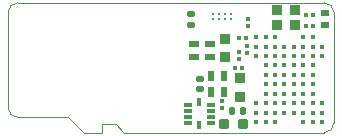
<source format=gbp>
%FSLAX44Y44*%
%MOMM*%
G71*
G01*
G75*
G04 Layer_Color=128*
%ADD10C,0.2500*%
%ADD11R,2.9000X0.8000*%
%ADD12R,3.2000X0.8000*%
%ADD13O,0.6000X0.4000*%
%ADD14O,1.0500X0.7000*%
G04:AMPARAMS|DCode=15|XSize=0.4mm|YSize=0.37mm|CornerRadius=0.037mm|HoleSize=0mm|Usage=FLASHONLY|Rotation=270.000|XOffset=0mm|YOffset=0mm|HoleType=Round|Shape=RoundedRectangle|*
%AMROUNDEDRECTD15*
21,1,0.4000,0.2960,0,0,270.0*
21,1,0.3260,0.3700,0,0,270.0*
1,1,0.0740,-0.1480,-0.1630*
1,1,0.0740,-0.1480,0.1630*
1,1,0.0740,0.1480,0.1630*
1,1,0.0740,0.1480,-0.1630*
%
%ADD15ROUNDEDRECTD15*%
%ADD16C,0.0750*%
%ADD17C,0.1500*%
%ADD18C,0.7500*%
%ADD19C,0.0100*%
%ADD20C,0.3000*%
%ADD21C,0.2000*%
%ADD22C,0.4000*%
%ADD23R,0.6000X0.8500*%
%ADD24R,0.8500X0.6000*%
G04:AMPARAMS|DCode=25|XSize=0.4mm|YSize=0.37mm|CornerRadius=0.037mm|HoleSize=0mm|Usage=FLASHONLY|Rotation=0.000|XOffset=0mm|YOffset=0mm|HoleType=Round|Shape=RoundedRectangle|*
%AMROUNDEDRECTD25*
21,1,0.4000,0.2960,0,0,0.0*
21,1,0.3260,0.3700,0,0,0.0*
1,1,0.0740,0.1630,-0.1480*
1,1,0.0740,-0.1630,-0.1480*
1,1,0.0740,-0.1630,0.1480*
1,1,0.0740,0.1630,0.1480*
%
%ADD25ROUNDEDRECTD25*%
G04:AMPARAMS|DCode=26|XSize=0.93mm|YSize=0.89mm|CornerRadius=0.089mm|HoleSize=0mm|Usage=FLASHONLY|Rotation=180.000|XOffset=0mm|YOffset=0mm|HoleType=Round|Shape=RoundedRectangle|*
%AMROUNDEDRECTD26*
21,1,0.9300,0.7120,0,0,180.0*
21,1,0.7520,0.8900,0,0,180.0*
1,1,0.1780,-0.3760,0.3560*
1,1,0.1780,0.3760,0.3560*
1,1,0.1780,0.3760,-0.3560*
1,1,0.1780,-0.3760,-0.3560*
%
%ADD26ROUNDEDRECTD26*%
G04:AMPARAMS|DCode=27|XSize=0.6mm|YSize=0.5mm|CornerRadius=0.05mm|HoleSize=0mm|Usage=FLASHONLY|Rotation=0.000|XOffset=0mm|YOffset=0mm|HoleType=Round|Shape=RoundedRectangle|*
%AMROUNDEDRECTD27*
21,1,0.6000,0.4000,0,0,0.0*
21,1,0.5000,0.5000,0,0,0.0*
1,1,0.1000,0.2500,-0.2000*
1,1,0.1000,-0.2500,-0.2000*
1,1,0.1000,-0.2500,0.2000*
1,1,0.1000,0.2500,0.2000*
%
%ADD27ROUNDEDRECTD27*%
G04:AMPARAMS|DCode=28|XSize=0.9mm|YSize=0.8mm|CornerRadius=0.08mm|HoleSize=0mm|Usage=FLASHONLY|Rotation=180.000|XOffset=0mm|YOffset=0mm|HoleType=Round|Shape=RoundedRectangle|*
%AMROUNDEDRECTD28*
21,1,0.9000,0.6400,0,0,180.0*
21,1,0.7400,0.8000,0,0,180.0*
1,1,0.1600,-0.3700,0.3200*
1,1,0.1600,0.3700,0.3200*
1,1,0.1600,0.3700,-0.3200*
1,1,0.1600,-0.3700,-0.3200*
%
%ADD28ROUNDEDRECTD28*%
G04:AMPARAMS|DCode=29|XSize=0.8mm|YSize=0.8mm|CornerRadius=0.12mm|HoleSize=0mm|Usage=FLASHONLY|Rotation=0.000|XOffset=0mm|YOffset=0mm|HoleType=Round|Shape=RoundedRectangle|*
%AMROUNDEDRECTD29*
21,1,0.8000,0.5600,0,0,0.0*
21,1,0.5600,0.8000,0,0,0.0*
1,1,0.2400,0.2800,-0.2800*
1,1,0.2400,-0.2800,-0.2800*
1,1,0.2400,-0.2800,0.2800*
1,1,0.2400,0.2800,0.2800*
%
%ADD29ROUNDEDRECTD29*%
G04:AMPARAMS|DCode=30|XSize=0.76mm|YSize=0.27mm|CornerRadius=0.027mm|HoleSize=0mm|Usage=FLASHONLY|Rotation=90.000|XOffset=0mm|YOffset=0mm|HoleType=Round|Shape=RoundedRectangle|*
%AMROUNDEDRECTD30*
21,1,0.7600,0.2160,0,0,90.0*
21,1,0.7060,0.2700,0,0,90.0*
1,1,0.0540,0.1080,0.3530*
1,1,0.0540,0.1080,-0.3530*
1,1,0.0540,-0.1080,-0.3530*
1,1,0.0540,-0.1080,0.3530*
%
%ADD30ROUNDEDRECTD30*%
G04:AMPARAMS|DCode=31|XSize=0.76mm|YSize=0.27mm|CornerRadius=0.027mm|HoleSize=0mm|Usage=FLASHONLY|Rotation=0.000|XOffset=0mm|YOffset=0mm|HoleType=Round|Shape=RoundedRectangle|*
%AMROUNDEDRECTD31*
21,1,0.7600,0.2160,0,0,0.0*
21,1,0.7060,0.2700,0,0,0.0*
1,1,0.0540,0.3530,-0.1080*
1,1,0.0540,-0.3530,-0.1080*
1,1,0.0540,-0.3530,0.1080*
1,1,0.0540,0.3530,0.1080*
%
%ADD31ROUNDEDRECTD31*%
%ADD32R,0.7400X0.5400*%
G04:AMPARAMS|DCode=33|XSize=0.6mm|YSize=0.5mm|CornerRadius=0.05mm|HoleSize=0mm|Usage=FLASHONLY|Rotation=90.000|XOffset=0mm|YOffset=0mm|HoleType=Round|Shape=RoundedRectangle|*
%AMROUNDEDRECTD33*
21,1,0.6000,0.4000,0,0,90.0*
21,1,0.5000,0.5000,0,0,90.0*
1,1,0.1000,0.2000,0.2500*
1,1,0.1000,0.2000,-0.2500*
1,1,0.1000,-0.2000,-0.2500*
1,1,0.1000,-0.2000,0.2500*
%
%ADD33ROUNDEDRECTD33*%
%ADD34C,0.1000*%
%ADD35C,0.4000*%
%ADD36R,0.6800X0.5800*%
%ADD37R,0.7000X0.5600*%
%ADD38R,3.2300X1.2300*%
%ADD39R,3.2600X1.5500*%
%ADD40R,4.1135X8.2200*%
%ADD41C,0.4532*%
%ADD42R,3.1032X1.0032*%
%ADD43R,3.4032X1.0032*%
%ADD44O,0.8032X0.6032*%
%ADD45O,1.2532X0.9032*%
G04:AMPARAMS|DCode=46|XSize=0.6032mm|YSize=0.5732mm|CornerRadius=0.1386mm|HoleSize=0mm|Usage=FLASHONLY|Rotation=270.000|XOffset=0mm|YOffset=0mm|HoleType=Round|Shape=RoundedRectangle|*
%AMROUNDEDRECTD46*
21,1,0.6032,0.2960,0,0,270.0*
21,1,0.3260,0.5732,0,0,270.0*
1,1,0.2772,-0.1480,-0.1630*
1,1,0.2772,-0.1480,0.1630*
1,1,0.2772,0.1480,0.1630*
1,1,0.2772,0.1480,-0.1630*
%
%ADD46ROUNDEDRECTD46*%
%ADD47R,1.5100X1.3400*%
%ADD48R,3.9500X1.5000*%
%ADD49R,3.4300X1.0800*%
%ADD50R,0.8600X0.8800*%
%ADD51R,0.7900X0.6200*%
%ADD52R,13.0700X9.7100*%
%ADD53R,3.9500X7.9900*%
%ADD54C,0.6032*%
%ADD55R,0.8032X1.0532*%
%ADD56R,1.0532X0.8032*%
G04:AMPARAMS|DCode=57|XSize=0.6032mm|YSize=0.5732mm|CornerRadius=0.1386mm|HoleSize=0mm|Usage=FLASHONLY|Rotation=0.000|XOffset=0mm|YOffset=0mm|HoleType=Round|Shape=RoundedRectangle|*
%AMROUNDEDRECTD57*
21,1,0.6032,0.2960,0,0,0.0*
21,1,0.3260,0.5732,0,0,0.0*
1,1,0.2772,0.1630,-0.1480*
1,1,0.2772,-0.1630,-0.1480*
1,1,0.2772,-0.1630,0.1480*
1,1,0.2772,0.1630,0.1480*
%
%ADD57ROUNDEDRECTD57*%
G04:AMPARAMS|DCode=58|XSize=1.1332mm|YSize=1.0932mm|CornerRadius=0.1906mm|HoleSize=0mm|Usage=FLASHONLY|Rotation=180.000|XOffset=0mm|YOffset=0mm|HoleType=Round|Shape=RoundedRectangle|*
%AMROUNDEDRECTD58*
21,1,1.1332,0.7120,0,0,180.0*
21,1,0.7520,1.0932,0,0,180.0*
1,1,0.3812,-0.3760,0.3560*
1,1,0.3812,0.3760,0.3560*
1,1,0.3812,0.3760,-0.3560*
1,1,0.3812,-0.3760,-0.3560*
%
%ADD58ROUNDEDRECTD58*%
G04:AMPARAMS|DCode=59|XSize=0.8032mm|YSize=0.7032mm|CornerRadius=0.1516mm|HoleSize=0mm|Usage=FLASHONLY|Rotation=0.000|XOffset=0mm|YOffset=0mm|HoleType=Round|Shape=RoundedRectangle|*
%AMROUNDEDRECTD59*
21,1,0.8032,0.4000,0,0,0.0*
21,1,0.5000,0.7032,0,0,0.0*
1,1,0.3032,0.2500,-0.2000*
1,1,0.3032,-0.2500,-0.2000*
1,1,0.3032,-0.2500,0.2000*
1,1,0.3032,0.2500,0.2000*
%
%ADD59ROUNDEDRECTD59*%
G04:AMPARAMS|DCode=60|XSize=1.1032mm|YSize=1.0032mm|CornerRadius=0.1816mm|HoleSize=0mm|Usage=FLASHONLY|Rotation=180.000|XOffset=0mm|YOffset=0mm|HoleType=Round|Shape=RoundedRectangle|*
%AMROUNDEDRECTD60*
21,1,1.1032,0.6400,0,0,180.0*
21,1,0.7400,1.0032,0,0,180.0*
1,1,0.3632,-0.3700,0.3200*
1,1,0.3632,0.3700,0.3200*
1,1,0.3632,0.3700,-0.3200*
1,1,0.3632,-0.3700,-0.3200*
%
%ADD60ROUNDEDRECTD60*%
G04:AMPARAMS|DCode=61|XSize=1.0032mm|YSize=1.0032mm|CornerRadius=0.2216mm|HoleSize=0mm|Usage=FLASHONLY|Rotation=0.000|XOffset=0mm|YOffset=0mm|HoleType=Round|Shape=RoundedRectangle|*
%AMROUNDEDRECTD61*
21,1,1.0032,0.5600,0,0,0.0*
21,1,0.5600,1.0032,0,0,0.0*
1,1,0.4432,0.2800,-0.2800*
1,1,0.4432,-0.2800,-0.2800*
1,1,0.4432,-0.2800,0.2800*
1,1,0.4432,0.2800,0.2800*
%
%ADD61ROUNDEDRECTD61*%
G04:AMPARAMS|DCode=62|XSize=0.9632mm|YSize=0.4732mm|CornerRadius=0.1286mm|HoleSize=0mm|Usage=FLASHONLY|Rotation=90.000|XOffset=0mm|YOffset=0mm|HoleType=Round|Shape=RoundedRectangle|*
%AMROUNDEDRECTD62*
21,1,0.9632,0.2160,0,0,90.0*
21,1,0.7060,0.4732,0,0,90.0*
1,1,0.2572,0.1080,0.3530*
1,1,0.2572,0.1080,-0.3530*
1,1,0.2572,-0.1080,-0.3530*
1,1,0.2572,-0.1080,0.3530*
%
%ADD62ROUNDEDRECTD62*%
G04:AMPARAMS|DCode=63|XSize=0.9632mm|YSize=0.4732mm|CornerRadius=0.1286mm|HoleSize=0mm|Usage=FLASHONLY|Rotation=0.000|XOffset=0mm|YOffset=0mm|HoleType=Round|Shape=RoundedRectangle|*
%AMROUNDEDRECTD63*
21,1,0.9632,0.2160,0,0,0.0*
21,1,0.7060,0.4732,0,0,0.0*
1,1,0.2572,0.3530,-0.1080*
1,1,0.2572,-0.3530,-0.1080*
1,1,0.2572,-0.3530,0.1080*
1,1,0.2572,0.3530,0.1080*
%
%ADD63ROUNDEDRECTD63*%
%ADD64R,0.9432X0.7432*%
G04:AMPARAMS|DCode=65|XSize=0.8032mm|YSize=0.7032mm|CornerRadius=0.1516mm|HoleSize=0mm|Usage=FLASHONLY|Rotation=90.000|XOffset=0mm|YOffset=0mm|HoleType=Round|Shape=RoundedRectangle|*
%AMROUNDEDRECTD65*
21,1,0.8032,0.4000,0,0,90.0*
21,1,0.5000,0.7032,0,0,90.0*
1,1,0.3032,0.2000,0.2500*
1,1,0.3032,0.2000,-0.2500*
1,1,0.3032,-0.2000,-0.2500*
1,1,0.3032,-0.2000,0.2500*
%
%ADD65ROUNDEDRECTD65*%
D10*
X109800Y100900D02*
D03*
Y95900D02*
D03*
X114800Y100900D02*
D03*
Y95900D02*
D03*
X119800Y100900D02*
D03*
Y95900D02*
D03*
X124800Y100900D02*
D03*
Y95900D02*
D03*
D15*
X133650Y54400D02*
D03*
X127950D02*
D03*
X193950Y99400D02*
D03*
X188250D02*
D03*
X188250Y90600D02*
D03*
X193950D02*
D03*
X137050Y79800D02*
D03*
X131350D02*
D03*
D19*
X203700Y-0D02*
G03*
X211700Y8000I0J8000D01*
G01*
X-64000Y21000D02*
G03*
X-56000Y13000I8000J0D01*
G01*
Y110000D02*
G03*
X-64000Y102000I0J-8000D01*
G01*
X211700D02*
G03*
X203700Y110000I-8000J0D01*
G01*
X15100Y-0D02*
Y7200D01*
X34200Y-0D02*
X203700D01*
X27000Y7200D02*
X34200Y-0D01*
X0D02*
X15100D01*
X-13000Y13000D02*
X0Y0D01*
X-56000Y110000D02*
X203700D01*
X-64000Y21000D02*
Y102000D01*
X15100Y7200D02*
X27000D01*
X-56000Y13000D02*
X-13000D01*
X211700Y8000D02*
Y102000D01*
D22*
X145900Y8900D02*
D03*
X153900D02*
D03*
X161900D02*
D03*
X185900D02*
D03*
X193900D02*
D03*
X201900D02*
D03*
X145900Y16900D02*
D03*
X153900D02*
D03*
X161900D02*
D03*
X169900D02*
D03*
X177900D02*
D03*
X185900D02*
D03*
X193900D02*
D03*
X201900D02*
D03*
X145900Y24900D02*
D03*
X153900D02*
D03*
X161900D02*
D03*
X169900D02*
D03*
X177900D02*
D03*
X185900D02*
D03*
X193900D02*
D03*
X201900D02*
D03*
X153900Y32900D02*
D03*
X161900D02*
D03*
X169900D02*
D03*
X177900D02*
D03*
X185900D02*
D03*
X193900D02*
D03*
X153900Y40900D02*
D03*
X161900D02*
D03*
X169900D02*
D03*
X177900D02*
D03*
X185900D02*
D03*
X193900D02*
D03*
X153900Y48900D02*
D03*
X161900D02*
D03*
X169900D02*
D03*
X177900D02*
D03*
X185900D02*
D03*
X193900D02*
D03*
X153900Y56900D02*
D03*
X161900D02*
D03*
X169900D02*
D03*
X177900D02*
D03*
X185900D02*
D03*
X193900D02*
D03*
X145900Y64900D02*
D03*
X153900D02*
D03*
X161900D02*
D03*
X169900D02*
D03*
X177900D02*
D03*
X185900D02*
D03*
X193900D02*
D03*
X201900D02*
D03*
X145900Y72900D02*
D03*
X153900D02*
D03*
X161900D02*
D03*
X169900D02*
D03*
X177900D02*
D03*
X185900D02*
D03*
X193900D02*
D03*
X201900D02*
D03*
X145900Y80900D02*
D03*
X153900D02*
D03*
X161900D02*
D03*
X185900D02*
D03*
X193900D02*
D03*
D23*
X118500Y34850D02*
D03*
Y48350D02*
D03*
X107500D02*
D03*
Y34850D02*
D03*
D24*
X93650Y64400D02*
D03*
X107150D02*
D03*
Y75400D02*
D03*
X93650D02*
D03*
D25*
X139200Y90350D02*
D03*
Y96050D02*
D03*
X131500Y67950D02*
D03*
Y62250D02*
D03*
X138000Y67450D02*
D03*
Y73150D02*
D03*
X116900Y20950D02*
D03*
Y26650D02*
D03*
D26*
X132000Y45900D02*
D03*
Y30500D02*
D03*
X119600Y64000D02*
D03*
Y79400D02*
D03*
D27*
X90900Y91400D02*
D03*
Y100400D02*
D03*
X98200Y36600D02*
D03*
Y45600D02*
D03*
D28*
X178400Y103500D02*
D03*
X163400D02*
D03*
Y91500D02*
D03*
X178400D02*
D03*
D29*
X134700Y7700D02*
D03*
X118700D02*
D03*
D30*
X97599Y6151D02*
D03*
Y25651D02*
D03*
D31*
X107349Y8401D02*
D03*
Y13401D02*
D03*
Y18401D02*
D03*
Y23401D02*
D03*
X87849D02*
D03*
Y18401D02*
D03*
Y13401D02*
D03*
Y8401D02*
D03*
D32*
X204000Y101300D02*
D03*
Y91300D02*
D03*
D33*
X125700Y18200D02*
D03*
X134700D02*
D03*
M02*

</source>
